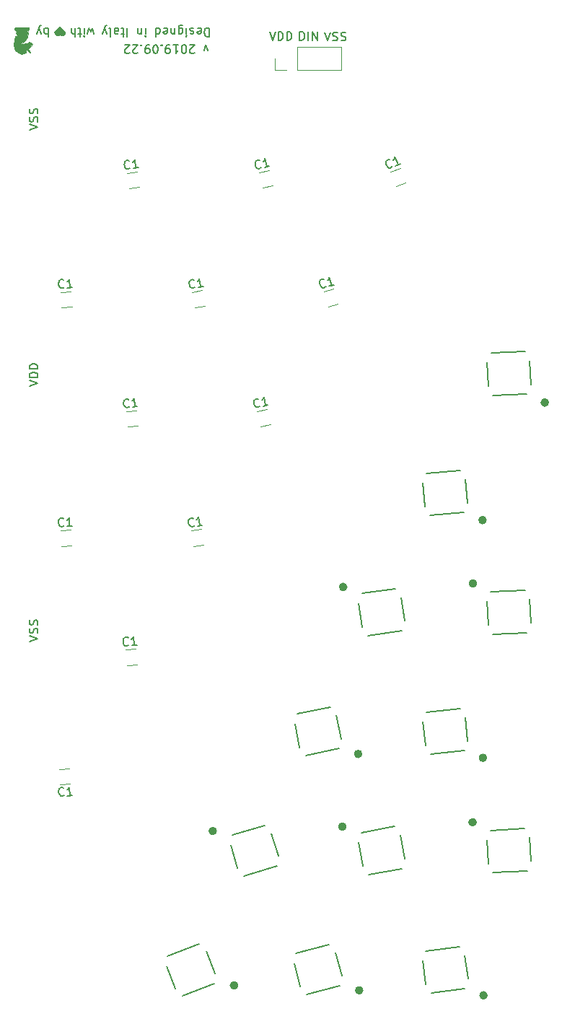
<source format=gbr>
G04 #@! TF.GenerationSoftware,KiCad,Pcbnew,5.1.4-e60b266~84~ubuntu18.04.1*
G04 #@! TF.CreationDate,2019-08-23T14:34:05+02:00*
G04 #@! TF.ProjectId,bcc1,62636331-2e6b-4696-9361-645f70636258,rev?*
G04 #@! TF.SameCoordinates,Original*
G04 #@! TF.FileFunction,Legend,Top*
G04 #@! TF.FilePolarity,Positive*
%FSLAX46Y46*%
G04 Gerber Fmt 4.6, Leading zero omitted, Abs format (unit mm)*
G04 Created by KiCad (PCBNEW 5.1.4-e60b266~84~ubuntu18.04.1) date 2019-08-23 14:34:05*
%MOMM*%
%LPD*%
G04 APERTURE LIST*
%ADD10C,0.300000*%
%ADD11C,0.100000*%
%ADD12C,0.150000*%
%ADD13C,0.500000*%
%ADD14C,0.120000*%
G04 APERTURE END LIST*
D10*
X57581733Y-26076205D02*
X57073733Y-25568205D01*
X56819733Y-26076205D02*
G75*
G02X57327733Y-26076205I254000J0D01*
G01*
X57073733Y-26076205D02*
G75*
G02X56565733Y-26076205I-254000J0D01*
G01*
D11*
G36*
X53435264Y-25741166D02*
G01*
X53189151Y-25933599D01*
X53304005Y-26064419D01*
X53189676Y-26649930D01*
X52575362Y-27377864D01*
X53224340Y-27335064D01*
X53345198Y-27195834D01*
X53500671Y-27171334D01*
X53715873Y-27293854D01*
X53793451Y-27431977D01*
X53685198Y-27649274D01*
X53301071Y-27969542D01*
X53563710Y-28360773D01*
X53563181Y-28437865D01*
X53507347Y-28444468D01*
X53147059Y-28092864D01*
X53094051Y-28137864D01*
X53037579Y-28377865D01*
X52576698Y-28576156D01*
X52285198Y-28523217D01*
X51824002Y-28170929D01*
X51632050Y-27489964D01*
X51829561Y-26500681D01*
X52000198Y-26446927D01*
X51890198Y-26081623D01*
X52000198Y-25938012D01*
X51740256Y-25702240D01*
X51820903Y-25472864D01*
X53367747Y-25472864D01*
X53435264Y-25741166D01*
G37*
X53435264Y-25741166D02*
X53189151Y-25933599D01*
X53304005Y-26064419D01*
X53189676Y-26649930D01*
X52575362Y-27377864D01*
X53224340Y-27335064D01*
X53345198Y-27195834D01*
X53500671Y-27171334D01*
X53715873Y-27293854D01*
X53793451Y-27431977D01*
X53685198Y-27649274D01*
X53301071Y-27969542D01*
X53563710Y-28360773D01*
X53563181Y-28437865D01*
X53507347Y-28444468D01*
X53147059Y-28092864D01*
X53094051Y-28137864D01*
X53037579Y-28377865D01*
X52576698Y-28576156D01*
X52285198Y-28523217D01*
X51824002Y-28170929D01*
X51632050Y-27489964D01*
X51829561Y-26500681D01*
X52000198Y-26446927D01*
X51890198Y-26081623D01*
X52000198Y-25938012D01*
X51740256Y-25702240D01*
X51820903Y-25472864D01*
X53367747Y-25472864D01*
X53435264Y-25741166D01*
D12*
X74547817Y-25512173D02*
X74547817Y-26512173D01*
X74309721Y-26512173D01*
X74166864Y-26464554D01*
X74071626Y-26369315D01*
X74024007Y-26274077D01*
X73976388Y-26083601D01*
X73976388Y-25940744D01*
X74024007Y-25750268D01*
X74071626Y-25655030D01*
X74166864Y-25559792D01*
X74309721Y-25512173D01*
X74547817Y-25512173D01*
X73166864Y-25559792D02*
X73262102Y-25512173D01*
X73452578Y-25512173D01*
X73547817Y-25559792D01*
X73595436Y-25655030D01*
X73595436Y-26035982D01*
X73547817Y-26131220D01*
X73452578Y-26178839D01*
X73262102Y-26178839D01*
X73166864Y-26131220D01*
X73119245Y-26035982D01*
X73119245Y-25940744D01*
X73595436Y-25845506D01*
X72738293Y-25559792D02*
X72643055Y-25512173D01*
X72452578Y-25512173D01*
X72357340Y-25559792D01*
X72309721Y-25655030D01*
X72309721Y-25702649D01*
X72357340Y-25797887D01*
X72452578Y-25845506D01*
X72595436Y-25845506D01*
X72690674Y-25893125D01*
X72738293Y-25988363D01*
X72738293Y-26035982D01*
X72690674Y-26131220D01*
X72595436Y-26178839D01*
X72452578Y-26178839D01*
X72357340Y-26131220D01*
X71881150Y-25512173D02*
X71881150Y-26178839D01*
X71881150Y-26512173D02*
X71928769Y-26464554D01*
X71881150Y-26416934D01*
X71833531Y-26464554D01*
X71881150Y-26512173D01*
X71881150Y-26416934D01*
X70976388Y-26178839D02*
X70976388Y-25369315D01*
X71024007Y-25274077D01*
X71071626Y-25226458D01*
X71166864Y-25178839D01*
X71309721Y-25178839D01*
X71404959Y-25226458D01*
X70976388Y-25559792D02*
X71071626Y-25512173D01*
X71262102Y-25512173D01*
X71357340Y-25559792D01*
X71404959Y-25607411D01*
X71452578Y-25702649D01*
X71452578Y-25988363D01*
X71404959Y-26083601D01*
X71357340Y-26131220D01*
X71262102Y-26178839D01*
X71071626Y-26178839D01*
X70976388Y-26131220D01*
X70500198Y-26178839D02*
X70500198Y-25512173D01*
X70500198Y-26083601D02*
X70452578Y-26131220D01*
X70357340Y-26178839D01*
X70214483Y-26178839D01*
X70119245Y-26131220D01*
X70071626Y-26035982D01*
X70071626Y-25512173D01*
X69214483Y-25559792D02*
X69309721Y-25512173D01*
X69500198Y-25512173D01*
X69595436Y-25559792D01*
X69643055Y-25655030D01*
X69643055Y-26035982D01*
X69595436Y-26131220D01*
X69500198Y-26178839D01*
X69309721Y-26178839D01*
X69214483Y-26131220D01*
X69166864Y-26035982D01*
X69166864Y-25940744D01*
X69643055Y-25845506D01*
X68309721Y-25512173D02*
X68309721Y-26512173D01*
X68309721Y-25559792D02*
X68404959Y-25512173D01*
X68595436Y-25512173D01*
X68690674Y-25559792D01*
X68738293Y-25607411D01*
X68785912Y-25702649D01*
X68785912Y-25988363D01*
X68738293Y-26083601D01*
X68690674Y-26131220D01*
X68595436Y-26178839D01*
X68404959Y-26178839D01*
X68309721Y-26131220D01*
X67071626Y-25512173D02*
X67071626Y-26178839D01*
X67071626Y-26512173D02*
X67119245Y-26464554D01*
X67071626Y-26416934D01*
X67024007Y-26464554D01*
X67071626Y-26512173D01*
X67071626Y-26416934D01*
X66595436Y-26178839D02*
X66595436Y-25512173D01*
X66595436Y-26083601D02*
X66547817Y-26131220D01*
X66452578Y-26178839D01*
X66309721Y-26178839D01*
X66214483Y-26131220D01*
X66166864Y-26035982D01*
X66166864Y-25512173D01*
X64928769Y-25512173D02*
X64928769Y-26512173D01*
X64595436Y-26178839D02*
X64214483Y-26178839D01*
X64452578Y-26512173D02*
X64452578Y-25655030D01*
X64404959Y-25559792D01*
X64309721Y-25512173D01*
X64214483Y-25512173D01*
X63452578Y-25512173D02*
X63452578Y-26035982D01*
X63500198Y-26131220D01*
X63595436Y-26178839D01*
X63785912Y-26178839D01*
X63881150Y-26131220D01*
X63452578Y-25559792D02*
X63547817Y-25512173D01*
X63785912Y-25512173D01*
X63881150Y-25559792D01*
X63928769Y-25655030D01*
X63928769Y-25750268D01*
X63881150Y-25845506D01*
X63785912Y-25893125D01*
X63547817Y-25893125D01*
X63452578Y-25940744D01*
X62833531Y-25512173D02*
X62928769Y-25559792D01*
X62976388Y-25655030D01*
X62976388Y-26512173D01*
X62547817Y-26178839D02*
X62309721Y-25512173D01*
X62071626Y-26178839D02*
X62309721Y-25512173D01*
X62404959Y-25274077D01*
X62452578Y-25226458D01*
X62547817Y-25178839D01*
X61024007Y-26178839D02*
X60833531Y-25512173D01*
X60643055Y-25988363D01*
X60452578Y-25512173D01*
X60262102Y-26178839D01*
X59881150Y-25512173D02*
X59881150Y-26178839D01*
X59881150Y-26512173D02*
X59928769Y-26464554D01*
X59881150Y-26416934D01*
X59833531Y-26464554D01*
X59881150Y-26512173D01*
X59881150Y-26416934D01*
X59547817Y-26178839D02*
X59166864Y-26178839D01*
X59404959Y-26512173D02*
X59404959Y-25655030D01*
X59357340Y-25559792D01*
X59262102Y-25512173D01*
X59166864Y-25512173D01*
X58833531Y-25512173D02*
X58833531Y-26512173D01*
X58404959Y-25512173D02*
X58404959Y-26035982D01*
X58452578Y-26131220D01*
X58547817Y-26178839D01*
X58690674Y-26178839D01*
X58785912Y-26131220D01*
X58833531Y-26083601D01*
X55643055Y-25512173D02*
X55643055Y-26512173D01*
X55643055Y-26131220D02*
X55547817Y-26178839D01*
X55357340Y-26178839D01*
X55262102Y-26131220D01*
X55214483Y-26083601D01*
X55166864Y-25988363D01*
X55166864Y-25702649D01*
X55214483Y-25607411D01*
X55262102Y-25559792D01*
X55357340Y-25512173D01*
X55547817Y-25512173D01*
X55643055Y-25559792D01*
X54833531Y-26178839D02*
X54595436Y-25512173D01*
X54357340Y-26178839D02*
X54595436Y-25512173D01*
X54690674Y-25274077D01*
X54738293Y-25226458D01*
X54833531Y-25178839D01*
D10*
X57073733Y-25568205D02*
X56565733Y-26076205D01*
D12*
X74404959Y-28152297D02*
X74166864Y-27485631D01*
X73928769Y-28152297D01*
X72833531Y-28390392D02*
X72785912Y-28438012D01*
X72690674Y-28485631D01*
X72452578Y-28485631D01*
X72357340Y-28438012D01*
X72309721Y-28390392D01*
X72262102Y-28295154D01*
X72262102Y-28199916D01*
X72309721Y-28057059D01*
X72881150Y-27485631D01*
X72262102Y-27485631D01*
X71643055Y-28485631D02*
X71547817Y-28485631D01*
X71452578Y-28438012D01*
X71404959Y-28390392D01*
X71357340Y-28295154D01*
X71309721Y-28104678D01*
X71309721Y-27866583D01*
X71357340Y-27676107D01*
X71404959Y-27580869D01*
X71452578Y-27533250D01*
X71547817Y-27485631D01*
X71643055Y-27485631D01*
X71738293Y-27533250D01*
X71785912Y-27580869D01*
X71833531Y-27676107D01*
X71881150Y-27866583D01*
X71881150Y-28104678D01*
X71833531Y-28295154D01*
X71785912Y-28390392D01*
X71738293Y-28438012D01*
X71643055Y-28485631D01*
X70357340Y-27485631D02*
X70928769Y-27485631D01*
X70643055Y-27485631D02*
X70643055Y-28485631D01*
X70738293Y-28342773D01*
X70833531Y-28247535D01*
X70928769Y-28199916D01*
X69881150Y-27485631D02*
X69690674Y-27485631D01*
X69595436Y-27533250D01*
X69547817Y-27580869D01*
X69452578Y-27723726D01*
X69404959Y-27914202D01*
X69404959Y-28295154D01*
X69452578Y-28390392D01*
X69500198Y-28438012D01*
X69595436Y-28485631D01*
X69785912Y-28485631D01*
X69881150Y-28438012D01*
X69928769Y-28390392D01*
X69976388Y-28295154D01*
X69976388Y-28057059D01*
X69928769Y-27961821D01*
X69881150Y-27914202D01*
X69785912Y-27866583D01*
X69595436Y-27866583D01*
X69500198Y-27914202D01*
X69452578Y-27961821D01*
X69404959Y-28057059D01*
X68976388Y-27580869D02*
X68928769Y-27533250D01*
X68976388Y-27485631D01*
X69024007Y-27533250D01*
X68976388Y-27580869D01*
X68976388Y-27485631D01*
X68309721Y-28485631D02*
X68214483Y-28485631D01*
X68119245Y-28438012D01*
X68071626Y-28390392D01*
X68024007Y-28295154D01*
X67976388Y-28104678D01*
X67976388Y-27866583D01*
X68024007Y-27676107D01*
X68071626Y-27580869D01*
X68119245Y-27533250D01*
X68214483Y-27485631D01*
X68309721Y-27485631D01*
X68404959Y-27533250D01*
X68452578Y-27580869D01*
X68500198Y-27676107D01*
X68547817Y-27866583D01*
X68547817Y-28104678D01*
X68500198Y-28295154D01*
X68452578Y-28390392D01*
X68404959Y-28438012D01*
X68309721Y-28485631D01*
X67500198Y-27485631D02*
X67309721Y-27485631D01*
X67214483Y-27533250D01*
X67166864Y-27580869D01*
X67071626Y-27723726D01*
X67024007Y-27914202D01*
X67024007Y-28295154D01*
X67071626Y-28390392D01*
X67119245Y-28438012D01*
X67214483Y-28485631D01*
X67404959Y-28485631D01*
X67500198Y-28438012D01*
X67547817Y-28390392D01*
X67595436Y-28295154D01*
X67595436Y-28057059D01*
X67547817Y-27961821D01*
X67500198Y-27914202D01*
X67404959Y-27866583D01*
X67214483Y-27866583D01*
X67119245Y-27914202D01*
X67071626Y-27961821D01*
X67024007Y-28057059D01*
X66595436Y-27580869D02*
X66547817Y-27533250D01*
X66595436Y-27485631D01*
X66643055Y-27533250D01*
X66595436Y-27580869D01*
X66595436Y-27485631D01*
X66166864Y-28390392D02*
X66119245Y-28438012D01*
X66024007Y-28485631D01*
X65785912Y-28485631D01*
X65690674Y-28438012D01*
X65643055Y-28390392D01*
X65595436Y-28295154D01*
X65595436Y-28199916D01*
X65643055Y-28057059D01*
X66214483Y-27485631D01*
X65595436Y-27485631D01*
X65214483Y-28390392D02*
X65166864Y-28438012D01*
X65071626Y-28485631D01*
X64833531Y-28485631D01*
X64738293Y-28438012D01*
X64690674Y-28390392D01*
X64643055Y-28295154D01*
X64643055Y-28199916D01*
X64690674Y-28057059D01*
X65262102Y-27485631D01*
X64643055Y-27485631D01*
D10*
X57581733Y-26076205D02*
G75*
G02X57073733Y-26076205I-254000J0D01*
G01*
D12*
X85176190Y-26952380D02*
X85176190Y-25952380D01*
X85414285Y-25952380D01*
X85557142Y-26000000D01*
X85652380Y-26095238D01*
X85700000Y-26190476D01*
X85747619Y-26380952D01*
X85747619Y-26523809D01*
X85700000Y-26714285D01*
X85652380Y-26809523D01*
X85557142Y-26904761D01*
X85414285Y-26952380D01*
X85176190Y-26952380D01*
X86176190Y-26952380D02*
X86176190Y-25952380D01*
X86652380Y-26952380D02*
X86652380Y-25952380D01*
X87223809Y-26952380D01*
X87223809Y-25952380D01*
X88114285Y-26002380D02*
X88447619Y-27002380D01*
X88780952Y-26002380D01*
X89066666Y-26954761D02*
X89209523Y-27002380D01*
X89447619Y-27002380D01*
X89542857Y-26954761D01*
X89590476Y-26907142D01*
X89638095Y-26811904D01*
X89638095Y-26716666D01*
X89590476Y-26621428D01*
X89542857Y-26573809D01*
X89447619Y-26526190D01*
X89257142Y-26478571D01*
X89161904Y-26430952D01*
X89114285Y-26383333D01*
X89066666Y-26288095D01*
X89066666Y-26192857D01*
X89114285Y-26097619D01*
X89161904Y-26050000D01*
X89257142Y-26002380D01*
X89495238Y-26002380D01*
X89638095Y-26050000D01*
X90019047Y-26954761D02*
X90161904Y-27002380D01*
X90400000Y-27002380D01*
X90495238Y-26954761D01*
X90542857Y-26907142D01*
X90590476Y-26811904D01*
X90590476Y-26716666D01*
X90542857Y-26621428D01*
X90495238Y-26573809D01*
X90400000Y-26526190D01*
X90209523Y-26478571D01*
X90114285Y-26430952D01*
X90066666Y-26383333D01*
X90019047Y-26288095D01*
X90019047Y-26192857D01*
X90066666Y-26097619D01*
X90114285Y-26050000D01*
X90209523Y-26002380D01*
X90447619Y-26002380D01*
X90590476Y-26050000D01*
X81666666Y-25952380D02*
X82000000Y-26952380D01*
X82333333Y-25952380D01*
X82666666Y-26952380D02*
X82666666Y-25952380D01*
X82904761Y-25952380D01*
X83047619Y-26000000D01*
X83142857Y-26095238D01*
X83190476Y-26190476D01*
X83238095Y-26380952D01*
X83238095Y-26523809D01*
X83190476Y-26714285D01*
X83142857Y-26809523D01*
X83047619Y-26904761D01*
X82904761Y-26952380D01*
X82666666Y-26952380D01*
X83666666Y-26952380D02*
X83666666Y-25952380D01*
X83904761Y-25952380D01*
X84047619Y-26000000D01*
X84142857Y-26095238D01*
X84190476Y-26190476D01*
X84238095Y-26380952D01*
X84238095Y-26523809D01*
X84190476Y-26714285D01*
X84142857Y-26809523D01*
X84047619Y-26904761D01*
X83904761Y-26952380D01*
X83666666Y-26952380D01*
X78639175Y-124980849D02*
X82482292Y-123871591D01*
X77252602Y-120176953D02*
X81095719Y-119067695D01*
X82657635Y-122676076D02*
X81881154Y-119985895D01*
X77077259Y-121372468D02*
X77853740Y-124062649D01*
D13*
X75226709Y-119734748D02*
G75*
G03X75226709Y-119734748I-249999J0D01*
G01*
D14*
X90016756Y-30439223D02*
X90016756Y-27779223D01*
X84876756Y-30439223D02*
X90016756Y-30439223D01*
X84876756Y-27779223D02*
X90016756Y-27779223D01*
X84876756Y-30439223D02*
X84876756Y-27779223D01*
X83606756Y-30439223D02*
X82276756Y-30439223D01*
X82276756Y-30439223D02*
X82276756Y-29109223D01*
X95846634Y-42406432D02*
X96968509Y-41969031D01*
X96507751Y-44102111D02*
X97629626Y-43664710D01*
X80403441Y-42498041D02*
X81568687Y-42194517D01*
X80862207Y-44259271D02*
X82027453Y-43955747D01*
X64920348Y-42528070D02*
X66114447Y-42372984D01*
X65154755Y-44332912D02*
X66348854Y-44177826D01*
X57136661Y-56502261D02*
X58338792Y-56432947D01*
X57241428Y-58319243D02*
X58443559Y-58249929D01*
X72572177Y-56513868D02*
X73758374Y-56306843D01*
X72885088Y-58306767D02*
X74071285Y-58099742D01*
X87988703Y-56468670D02*
X89145604Y-56134748D01*
X88493416Y-58217288D02*
X89650317Y-57883366D01*
X80186051Y-70493214D02*
X81364732Y-70246975D01*
X80558234Y-72274753D02*
X81736915Y-72028514D01*
X64803340Y-70502073D02*
X66000872Y-70376207D01*
X64993582Y-72312103D02*
X66191114Y-72186237D01*
X57085992Y-84474074D02*
X58288784Y-84417352D01*
X57171726Y-86292054D02*
X58374518Y-86235332D01*
X72433995Y-84491463D02*
X73626110Y-84321800D01*
X72690436Y-86293306D02*
X73882551Y-86123643D01*
X64723420Y-98474398D02*
X65922966Y-98369451D01*
X64882044Y-100287473D02*
X66081590Y-100182526D01*
X58244418Y-114218835D02*
X57041260Y-114267159D01*
X58171378Y-112400301D02*
X56968220Y-112448625D01*
D12*
X107876895Y-124635255D02*
X111870263Y-124404998D01*
X107589075Y-119643546D02*
X111582443Y-119413289D01*
X112306113Y-123278040D02*
X112144934Y-120482683D01*
X107153225Y-120770504D02*
X107314404Y-123565861D01*
D13*
X105717711Y-118708109D02*
G75*
G03X105717711Y-118708109I-250001J0D01*
G01*
D12*
X103922854Y-133275367D02*
X99956170Y-133790549D01*
X104566832Y-138233723D02*
X100600148Y-138748905D01*
X99602009Y-134945785D02*
X99962637Y-137722465D01*
X104920993Y-137078487D02*
X104560365Y-134301807D01*
D13*
X106999650Y-139015093D02*
G75*
G03X106999650Y-139015093I-250000J0D01*
G01*
D12*
X107854880Y-96639982D02*
X111850440Y-96451556D01*
X107619348Y-91645532D02*
X111614908Y-91457106D01*
X112298068Y-95329224D02*
X112166170Y-92532332D01*
X107171720Y-92767864D02*
X107303618Y-95564756D01*
D13*
X105757895Y-90687932D02*
G75*
G03X105757895Y-90687932I-250000J0D01*
G01*
D12*
X103994449Y-105341046D02*
X100016361Y-105759160D01*
X104517091Y-110313656D02*
X100539003Y-110731770D01*
X99634081Y-106905399D02*
X99926761Y-109690060D01*
X104899371Y-109167417D02*
X104606691Y-106382756D01*
D13*
X106930166Y-111148124D02*
G75*
G03X106930166Y-111148124I-250000J0D01*
G01*
D12*
X93258162Y-124830904D02*
X97198599Y-124143187D01*
X92398517Y-119905357D02*
X96338954Y-119217640D01*
X97502032Y-122973602D02*
X97020631Y-120215296D01*
X92095084Y-121074942D02*
X92576485Y-123833248D01*
D13*
X90433694Y-119219943D02*
G75*
G03X90433694Y-119219943I-250000J0D01*
G01*
D12*
X88635635Y-133088724D02*
X84764798Y-134097002D01*
X89895982Y-137927270D02*
X86025145Y-138935548D01*
X84558220Y-135287517D02*
X85264014Y-137997102D01*
X90102560Y-136736755D02*
X89396766Y-134027170D01*
D13*
X92409520Y-138428900D02*
G75*
G03X92409520Y-138428900I-250001J0D01*
G01*
D12*
X111638178Y-63494566D02*
X107641401Y-63655094D01*
X111838837Y-68490538D02*
X107842060Y-68651066D01*
X107185949Y-64774273D02*
X107298318Y-67572018D01*
X112294289Y-67371359D02*
X112181920Y-64573614D01*
D13*
X114193554Y-69462856D02*
G75*
G03X114193554Y-69462856I-250000J0D01*
G01*
D12*
X104046451Y-77395882D02*
X100061672Y-77744505D01*
X104482230Y-82376855D02*
X100497451Y-82725478D01*
X99659446Y-78883897D02*
X99903482Y-81673242D01*
X104884456Y-81237463D02*
X104640420Y-78448118D01*
D13*
X106880412Y-83248947D02*
G75*
G03X106880412Y-83248947I-250000J0D01*
G01*
D12*
X93175989Y-96805406D02*
X97136083Y-96241801D01*
X92471483Y-91855287D02*
X96431577Y-91291682D01*
X97476104Y-95082324D02*
X97081580Y-92310258D01*
X92131462Y-93014764D02*
X92525986Y-95786830D01*
D13*
X90529282Y-91100642D02*
G75*
G03X90529282Y-91100642I-250000J0D01*
G01*
D12*
X88782110Y-105180247D02*
X84866640Y-105998232D01*
X89804590Y-110074584D02*
X85889120Y-110892569D01*
X84602152Y-107177234D02*
X85174741Y-109918062D01*
X90069078Y-108895582D02*
X89496489Y-106154754D01*
D13*
X92290920Y-110686188D02*
G75*
G03X92290920Y-110686188I-250000J0D01*
G01*
D12*
X73354533Y-132956405D02*
X69627768Y-134409410D01*
X75170790Y-137614862D02*
X71444025Y-139067867D01*
X69561499Y-135615896D02*
X70578603Y-138224632D01*
X75237059Y-136408376D02*
X74219955Y-133799640D01*
D13*
X77727394Y-137848977D02*
G75*
G03X77727394Y-137848977I-250000J0D01*
G01*
D12*
X53449897Y-37464629D02*
X54449897Y-37131295D01*
X53449897Y-36797962D01*
X54402278Y-36512248D02*
X54449897Y-36369391D01*
X54449897Y-36131295D01*
X54402278Y-36036057D01*
X54354659Y-35988438D01*
X54259421Y-35940819D01*
X54164183Y-35940819D01*
X54068945Y-35988438D01*
X54021326Y-36036057D01*
X53973707Y-36131295D01*
X53926088Y-36321772D01*
X53878469Y-36417010D01*
X53830850Y-36464629D01*
X53735612Y-36512248D01*
X53640374Y-36512248D01*
X53545136Y-36464629D01*
X53497517Y-36417010D01*
X53449897Y-36321772D01*
X53449897Y-36083676D01*
X53497517Y-35940819D01*
X54402278Y-35559867D02*
X54449897Y-35417010D01*
X54449897Y-35178915D01*
X54402278Y-35083676D01*
X54354659Y-35036057D01*
X54259421Y-34988438D01*
X54164183Y-34988438D01*
X54068945Y-35036057D01*
X54021326Y-35083676D01*
X53973707Y-35178915D01*
X53926088Y-35369391D01*
X53878469Y-35464629D01*
X53830850Y-35512248D01*
X53735612Y-35559867D01*
X53640374Y-35559867D01*
X53545136Y-35512248D01*
X53497517Y-35464629D01*
X53449897Y-35369391D01*
X53449897Y-35131295D01*
X53497517Y-34988438D01*
X53449897Y-67512248D02*
X54449897Y-67178915D01*
X53449897Y-66845581D01*
X54449897Y-66512248D02*
X53449897Y-66512248D01*
X53449897Y-66274153D01*
X53497517Y-66131295D01*
X53592755Y-66036057D01*
X53687993Y-65988438D01*
X53878469Y-65940819D01*
X54021326Y-65940819D01*
X54211802Y-65988438D01*
X54307040Y-66036057D01*
X54402278Y-66131295D01*
X54449897Y-66274153D01*
X54449897Y-66512248D01*
X54449897Y-65512248D02*
X53449897Y-65512248D01*
X53449897Y-65274153D01*
X53497517Y-65131295D01*
X53592755Y-65036057D01*
X53687993Y-64988438D01*
X53878469Y-64940819D01*
X54021326Y-64940819D01*
X54211802Y-64988438D01*
X54307040Y-65036057D01*
X54402278Y-65131295D01*
X54449897Y-65274153D01*
X54449897Y-65512248D01*
X53449897Y-97464629D02*
X54449897Y-97131295D01*
X53449897Y-96797962D01*
X54402278Y-96512248D02*
X54449897Y-96369391D01*
X54449897Y-96131295D01*
X54402278Y-96036057D01*
X54354659Y-95988438D01*
X54259421Y-95940819D01*
X54164183Y-95940819D01*
X54068945Y-95988438D01*
X54021326Y-96036057D01*
X53973707Y-96131295D01*
X53926088Y-96321772D01*
X53878469Y-96417010D01*
X53830850Y-96464629D01*
X53735612Y-96512248D01*
X53640374Y-96512248D01*
X53545136Y-96464629D01*
X53497517Y-96417010D01*
X53449897Y-96321772D01*
X53449897Y-96083676D01*
X53497517Y-95940819D01*
X54402278Y-95559867D02*
X54449897Y-95417010D01*
X54449897Y-95178915D01*
X54402278Y-95083676D01*
X54354659Y-95036057D01*
X54259421Y-94988438D01*
X54164183Y-94988438D01*
X54068945Y-95036057D01*
X54021326Y-95083676D01*
X53973707Y-95178915D01*
X53926088Y-95369391D01*
X53878469Y-95464629D01*
X53830850Y-95512248D01*
X53735612Y-95559867D01*
X53640374Y-95559867D01*
X53545136Y-95512248D01*
X53497517Y-95464629D01*
X53449897Y-95369391D01*
X53449897Y-95131295D01*
X53497517Y-94988438D01*
X96051463Y-41733181D02*
X96024395Y-41794845D01*
X95908594Y-41891104D01*
X95819861Y-41925700D01*
X95669465Y-41933227D01*
X95546137Y-41879089D01*
X95467175Y-41807655D01*
X95353618Y-41647487D01*
X95301725Y-41514389D01*
X95276901Y-41319626D01*
X95286672Y-41213596D01*
X95340809Y-41090268D01*
X95456610Y-40994009D01*
X95545342Y-40959413D01*
X95695739Y-40951886D01*
X95757403Y-40978955D01*
X96973384Y-41475960D02*
X96440989Y-41683532D01*
X96707186Y-41579746D02*
X96343935Y-40648055D01*
X96307095Y-40815749D01*
X96252958Y-40939077D01*
X96181523Y-41018039D01*
X80685420Y-41853284D02*
X80651342Y-41911369D01*
X80525101Y-41993460D01*
X80432939Y-42017467D01*
X80282691Y-42007396D01*
X80166522Y-41939239D01*
X80096434Y-41859080D01*
X80002339Y-41686758D01*
X79966329Y-41548514D01*
X79964398Y-41352185D01*
X79986472Y-41248019D01*
X80054628Y-41131849D01*
X80180869Y-41049758D01*
X80273032Y-41025751D01*
X80423280Y-41035823D01*
X80481364Y-41069901D01*
X81631055Y-41705381D02*
X81078078Y-41849421D01*
X81354566Y-41777401D02*
X81102497Y-40809692D01*
X81046344Y-40971943D01*
X80978188Y-41088112D01*
X80898029Y-41158200D01*
X65280912Y-41923740D02*
X65239823Y-41977095D01*
X65104289Y-42042717D01*
X65009844Y-42054983D01*
X64862044Y-42026160D01*
X64755332Y-41943982D01*
X64695844Y-41855670D01*
X64624089Y-41672913D01*
X64605689Y-41531246D01*
X64628379Y-41336223D01*
X64663336Y-41235645D01*
X64745514Y-41128934D01*
X64881048Y-41063312D01*
X64975493Y-41051046D01*
X65123294Y-41079869D01*
X65176649Y-41120958D01*
X66237627Y-41895522D02*
X65670958Y-41969120D01*
X65954293Y-41932321D02*
X65825497Y-40940650D01*
X65749452Y-41094583D01*
X65667273Y-41201294D01*
X65578961Y-41260783D01*
X57539511Y-55925257D02*
X57494712Y-55975538D01*
X57354833Y-56031302D01*
X57259753Y-56036784D01*
X57114391Y-55997468D01*
X57013829Y-55907870D01*
X56960806Y-55815531D01*
X56902302Y-55628111D01*
X56894078Y-55485491D01*
X56930654Y-55292590D01*
X56972712Y-55194768D01*
X57062309Y-55094206D01*
X57202189Y-55038442D01*
X57297269Y-55032960D01*
X57442630Y-55072277D01*
X57492911Y-55117076D01*
X58495795Y-55965514D02*
X57925314Y-55998408D01*
X58210554Y-55981961D02*
X58152990Y-54983619D01*
X58066134Y-55131722D01*
X57976536Y-55232285D01*
X57884197Y-55285307D01*
X72906038Y-55894385D02*
X72867315Y-55949482D01*
X72734772Y-56020953D01*
X72640952Y-56037328D01*
X72492035Y-56014979D01*
X72381841Y-55937533D01*
X72318557Y-55851900D01*
X72238899Y-55672448D01*
X72214337Y-55531718D01*
X72228499Y-55335891D01*
X72259035Y-55233884D01*
X72336480Y-55123690D01*
X72469023Y-55052218D01*
X72562843Y-55035844D01*
X72711760Y-55058193D01*
X72766857Y-55096916D01*
X73860611Y-55824463D02*
X73297692Y-55922708D01*
X73579152Y-55873586D02*
X73407223Y-54888476D01*
X73337964Y-55045580D01*
X73260518Y-55155775D01*
X73174885Y-55219059D01*
X88253708Y-55816754D02*
X88221162Y-55875711D01*
X88097113Y-55961079D01*
X88005610Y-55987490D01*
X87855151Y-55981355D01*
X87737237Y-55916263D01*
X87665075Y-55837965D01*
X87566501Y-55668165D01*
X87526885Y-55530911D01*
X87519814Y-55334700D01*
X87539155Y-55229992D01*
X87604247Y-55112078D01*
X87728296Y-55026710D01*
X87819798Y-55000299D01*
X87970258Y-55006434D01*
X88029215Y-55038980D01*
X89195146Y-55644148D02*
X88646130Y-55802613D01*
X88920638Y-55723380D02*
X88643323Y-54762601D01*
X88591437Y-54926266D01*
X88526345Y-55044180D01*
X88448048Y-55116342D01*
X80499189Y-69863003D02*
X80462314Y-69919353D01*
X80332214Y-69995180D01*
X80238989Y-70014656D01*
X80089413Y-69997257D01*
X79976711Y-69923507D01*
X79910623Y-69840019D01*
X79825058Y-69663306D01*
X79795845Y-69523468D01*
X79803506Y-69327279D01*
X79830643Y-69224316D01*
X79904392Y-69111615D01*
X80034493Y-69035788D01*
X80127718Y-69016312D01*
X80277294Y-69033711D01*
X80333645Y-69070586D01*
X81450920Y-69761470D02*
X80891567Y-69878325D01*
X81171243Y-69819897D02*
X80966747Y-68841030D01*
X80902736Y-69000344D01*
X80828986Y-69113045D01*
X80745498Y-69179134D01*
X65178562Y-69906732D02*
X65136182Y-69959068D01*
X64999085Y-70021359D01*
X64904368Y-70031314D01*
X64757316Y-69998888D01*
X64652645Y-69914127D01*
X64595332Y-69824388D01*
X64528063Y-69639933D01*
X64513131Y-69497859D01*
X64540579Y-69303448D01*
X64577982Y-69203754D01*
X64662743Y-69099083D01*
X64799840Y-69036792D01*
X64894556Y-69026837D01*
X65041608Y-69059263D01*
X65093944Y-69101643D01*
X66135681Y-69901898D02*
X65567383Y-69961628D01*
X65851532Y-69931763D02*
X65747004Y-68937241D01*
X65667220Y-69089271D01*
X65582459Y-69193942D01*
X65492720Y-69251256D01*
X57494863Y-83901320D02*
X57449540Y-83951129D01*
X57309084Y-84005425D01*
X57213952Y-84009911D01*
X57069010Y-83969075D01*
X56969391Y-83878429D01*
X56917339Y-83785539D01*
X56860800Y-83597518D01*
X56854071Y-83454819D01*
X56892664Y-83262311D01*
X56935744Y-83164936D01*
X57026390Y-83065317D01*
X57166845Y-83011021D01*
X57261978Y-83006535D01*
X57406919Y-83047372D01*
X57456729Y-83092695D01*
X58450673Y-83951589D02*
X57879878Y-83978507D01*
X58165275Y-83965048D02*
X58118169Y-82966158D01*
X58029766Y-83113343D01*
X57939120Y-83212962D01*
X57846231Y-83265014D01*
X72787150Y-83882773D02*
X72746716Y-83936626D01*
X72611994Y-84003899D01*
X72517706Y-84017318D01*
X72369564Y-83990303D01*
X72261857Y-83909434D01*
X72201294Y-83821856D01*
X72127312Y-83639990D01*
X72107183Y-83498558D01*
X72127488Y-83303272D01*
X72161213Y-83202275D01*
X72242082Y-83094567D01*
X72376804Y-83027295D01*
X72471092Y-83013876D01*
X72619234Y-83040891D01*
X72673088Y-83081325D01*
X73743449Y-83842869D02*
X73177721Y-83923384D01*
X73460585Y-83883127D02*
X73319684Y-82893103D01*
X73245525Y-83047954D01*
X73164656Y-83155661D01*
X73077078Y-83216224D01*
X65108976Y-97885697D02*
X65065689Y-97937285D01*
X64927525Y-97997174D01*
X64832650Y-98005475D01*
X64686186Y-97970488D01*
X64583010Y-97883912D01*
X64527271Y-97793187D01*
X64463232Y-97607586D01*
X64450781Y-97465272D01*
X64481618Y-97271371D01*
X64520755Y-97172345D01*
X64607331Y-97069169D01*
X64745494Y-97009280D01*
X64840370Y-97000979D01*
X64986833Y-97035966D01*
X65038421Y-97079254D01*
X66066034Y-97897567D02*
X65496779Y-97947371D01*
X65781406Y-97922469D02*
X65694251Y-96926274D01*
X65611826Y-97076889D01*
X65525251Y-97180065D01*
X65434525Y-97235803D01*
X57527159Y-115515807D02*
X57481489Y-115565299D01*
X57340658Y-115618613D01*
X57245497Y-115622435D01*
X57100844Y-115580587D01*
X57001860Y-115489248D01*
X56950458Y-115395998D01*
X56895233Y-115207586D01*
X56889500Y-115064844D01*
X56929436Y-114872610D01*
X56973195Y-114775538D01*
X57064534Y-114676554D01*
X57205365Y-114623240D01*
X57300526Y-114619418D01*
X57445180Y-114661266D01*
X57494671Y-114706936D01*
X58482595Y-115572748D02*
X57911626Y-115595680D01*
X58197111Y-115584214D02*
X58156979Y-114585020D01*
X58067551Y-114731584D01*
X57976211Y-114830567D01*
X57882961Y-114881970D01*
M02*

</source>
